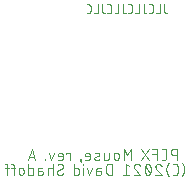
<source format=gbr>
G04 EAGLE Gerber RS-274X export*
G75*
%MOMM*%
%FSLAX34Y34*%
%LPD*%
%INSilkscreen Bottom*%
%IPPOS*%
%AMOC8*
5,1,8,0,0,1.08239X$1,22.5*%
G01*
%ADD10C,0.076200*%


D10*
X160147Y213741D02*
X160147Y223139D01*
X157536Y223139D01*
X157435Y223137D01*
X157334Y223131D01*
X157233Y223121D01*
X157133Y223108D01*
X157033Y223090D01*
X156934Y223069D01*
X156836Y223043D01*
X156739Y223014D01*
X156643Y222982D01*
X156549Y222945D01*
X156456Y222905D01*
X156364Y222861D01*
X156275Y222814D01*
X156187Y222763D01*
X156101Y222709D01*
X156018Y222652D01*
X155936Y222592D01*
X155858Y222528D01*
X155781Y222462D01*
X155708Y222392D01*
X155637Y222320D01*
X155569Y222245D01*
X155504Y222167D01*
X155442Y222087D01*
X155383Y222005D01*
X155327Y221920D01*
X155275Y221834D01*
X155226Y221745D01*
X155180Y221654D01*
X155139Y221562D01*
X155100Y221468D01*
X155066Y221373D01*
X155035Y221277D01*
X155008Y221179D01*
X154984Y221081D01*
X154965Y220981D01*
X154949Y220881D01*
X154937Y220781D01*
X154929Y220680D01*
X154925Y220579D01*
X154925Y220477D01*
X154929Y220376D01*
X154937Y220275D01*
X154949Y220175D01*
X154965Y220075D01*
X154984Y219975D01*
X155008Y219877D01*
X155035Y219779D01*
X155066Y219683D01*
X155100Y219588D01*
X155139Y219494D01*
X155180Y219402D01*
X155226Y219311D01*
X155275Y219223D01*
X155327Y219136D01*
X155383Y219051D01*
X155442Y218969D01*
X155504Y218889D01*
X155569Y218811D01*
X155637Y218736D01*
X155708Y218664D01*
X155781Y218594D01*
X155858Y218528D01*
X155936Y218464D01*
X156018Y218404D01*
X156101Y218347D01*
X156187Y218293D01*
X156275Y218242D01*
X156364Y218195D01*
X156456Y218151D01*
X156549Y218111D01*
X156643Y218074D01*
X156739Y218042D01*
X156836Y218013D01*
X156934Y217987D01*
X157033Y217966D01*
X157133Y217948D01*
X157233Y217935D01*
X157334Y217925D01*
X157435Y217919D01*
X157536Y217917D01*
X157536Y217918D02*
X160147Y217918D01*
X149376Y213741D02*
X147288Y213741D01*
X149376Y213741D02*
X149465Y213743D01*
X149553Y213749D01*
X149641Y213758D01*
X149729Y213771D01*
X149816Y213788D01*
X149902Y213808D01*
X149987Y213833D01*
X150072Y213860D01*
X150155Y213892D01*
X150236Y213926D01*
X150316Y213965D01*
X150394Y214006D01*
X150471Y214051D01*
X150545Y214099D01*
X150618Y214150D01*
X150688Y214204D01*
X150755Y214262D01*
X150821Y214322D01*
X150883Y214384D01*
X150943Y214450D01*
X151001Y214517D01*
X151055Y214587D01*
X151106Y214660D01*
X151154Y214734D01*
X151199Y214811D01*
X151240Y214889D01*
X151279Y214969D01*
X151313Y215050D01*
X151345Y215133D01*
X151372Y215218D01*
X151397Y215303D01*
X151417Y215389D01*
X151434Y215476D01*
X151447Y215564D01*
X151456Y215652D01*
X151462Y215740D01*
X151464Y215829D01*
X151465Y215829D02*
X151465Y221051D01*
X151464Y221051D02*
X151462Y221140D01*
X151456Y221228D01*
X151447Y221316D01*
X151434Y221404D01*
X151417Y221491D01*
X151397Y221577D01*
X151372Y221662D01*
X151345Y221747D01*
X151313Y221830D01*
X151279Y221911D01*
X151240Y221991D01*
X151199Y222069D01*
X151154Y222146D01*
X151106Y222220D01*
X151055Y222293D01*
X151001Y222363D01*
X150943Y222430D01*
X150883Y222496D01*
X150821Y222558D01*
X150755Y222618D01*
X150688Y222676D01*
X150618Y222730D01*
X150545Y222781D01*
X150471Y222829D01*
X150394Y222874D01*
X150316Y222915D01*
X150236Y222954D01*
X150155Y222988D01*
X150072Y223020D01*
X149987Y223047D01*
X149902Y223072D01*
X149816Y223092D01*
X149729Y223109D01*
X149641Y223122D01*
X149553Y223131D01*
X149465Y223137D01*
X149376Y223139D01*
X147288Y223139D01*
X143497Y223139D02*
X143497Y213741D01*
X143497Y223139D02*
X139320Y223139D01*
X139320Y218962D02*
X143497Y218962D01*
X136417Y213741D02*
X130151Y223139D01*
X136417Y223139D02*
X130151Y213741D01*
X121481Y213741D02*
X121481Y223139D01*
X118349Y217918D01*
X115216Y223139D01*
X115216Y213741D01*
X110988Y215829D02*
X110988Y217918D01*
X110986Y218008D01*
X110980Y218097D01*
X110971Y218187D01*
X110957Y218276D01*
X110940Y218364D01*
X110919Y218451D01*
X110894Y218538D01*
X110865Y218623D01*
X110833Y218707D01*
X110798Y218789D01*
X110758Y218870D01*
X110716Y218949D01*
X110670Y219026D01*
X110620Y219101D01*
X110568Y219174D01*
X110512Y219245D01*
X110454Y219313D01*
X110392Y219378D01*
X110328Y219441D01*
X110261Y219501D01*
X110192Y219558D01*
X110120Y219612D01*
X110046Y219663D01*
X109970Y219711D01*
X109892Y219755D01*
X109812Y219796D01*
X109730Y219834D01*
X109647Y219868D01*
X109562Y219898D01*
X109476Y219925D01*
X109390Y219948D01*
X109302Y219967D01*
X109213Y219982D01*
X109124Y219994D01*
X109035Y220002D01*
X108945Y220006D01*
X108855Y220006D01*
X108765Y220002D01*
X108676Y219994D01*
X108587Y219982D01*
X108498Y219967D01*
X108410Y219948D01*
X108324Y219925D01*
X108238Y219898D01*
X108153Y219868D01*
X108070Y219834D01*
X107988Y219796D01*
X107908Y219755D01*
X107830Y219711D01*
X107754Y219663D01*
X107680Y219612D01*
X107608Y219558D01*
X107539Y219501D01*
X107472Y219441D01*
X107408Y219378D01*
X107346Y219313D01*
X107288Y219245D01*
X107232Y219174D01*
X107180Y219101D01*
X107130Y219026D01*
X107084Y218949D01*
X107042Y218870D01*
X107002Y218789D01*
X106967Y218707D01*
X106935Y218623D01*
X106906Y218538D01*
X106881Y218451D01*
X106860Y218364D01*
X106843Y218276D01*
X106829Y218187D01*
X106820Y218097D01*
X106814Y218008D01*
X106812Y217918D01*
X106812Y215829D01*
X106814Y215739D01*
X106820Y215650D01*
X106829Y215560D01*
X106843Y215471D01*
X106860Y215383D01*
X106881Y215296D01*
X106906Y215209D01*
X106935Y215124D01*
X106967Y215040D01*
X107002Y214958D01*
X107042Y214877D01*
X107084Y214798D01*
X107130Y214721D01*
X107180Y214646D01*
X107232Y214573D01*
X107288Y214502D01*
X107346Y214434D01*
X107408Y214369D01*
X107472Y214306D01*
X107539Y214246D01*
X107608Y214189D01*
X107680Y214135D01*
X107754Y214084D01*
X107830Y214036D01*
X107908Y213992D01*
X107988Y213951D01*
X108070Y213913D01*
X108153Y213879D01*
X108238Y213849D01*
X108324Y213822D01*
X108410Y213799D01*
X108498Y213780D01*
X108587Y213765D01*
X108676Y213753D01*
X108765Y213745D01*
X108855Y213741D01*
X108945Y213741D01*
X109035Y213745D01*
X109124Y213753D01*
X109213Y213765D01*
X109302Y213780D01*
X109390Y213799D01*
X109476Y213822D01*
X109562Y213849D01*
X109647Y213879D01*
X109730Y213913D01*
X109812Y213951D01*
X109892Y213992D01*
X109970Y214036D01*
X110046Y214084D01*
X110120Y214135D01*
X110192Y214189D01*
X110261Y214246D01*
X110328Y214306D01*
X110392Y214369D01*
X110454Y214434D01*
X110512Y214502D01*
X110568Y214573D01*
X110620Y214646D01*
X110670Y214721D01*
X110716Y214798D01*
X110758Y214877D01*
X110798Y214958D01*
X110833Y215040D01*
X110865Y215124D01*
X110894Y215209D01*
X110919Y215296D01*
X110940Y215383D01*
X110957Y215471D01*
X110971Y215560D01*
X110980Y215650D01*
X110986Y215739D01*
X110988Y215829D01*
X102759Y215307D02*
X102759Y220006D01*
X102759Y215307D02*
X102757Y215230D01*
X102751Y215154D01*
X102742Y215077D01*
X102729Y215001D01*
X102712Y214926D01*
X102692Y214852D01*
X102667Y214779D01*
X102640Y214708D01*
X102609Y214637D01*
X102574Y214569D01*
X102536Y214502D01*
X102495Y214437D01*
X102451Y214374D01*
X102404Y214314D01*
X102353Y214255D01*
X102300Y214200D01*
X102245Y214147D01*
X102186Y214096D01*
X102126Y214049D01*
X102063Y214005D01*
X101998Y213964D01*
X101931Y213926D01*
X101863Y213891D01*
X101792Y213860D01*
X101721Y213833D01*
X101648Y213808D01*
X101574Y213788D01*
X101499Y213771D01*
X101423Y213758D01*
X101346Y213749D01*
X101270Y213743D01*
X101193Y213741D01*
X98582Y213741D01*
X98582Y220006D01*
X93746Y217396D02*
X91136Y216352D01*
X93746Y217396D02*
X93812Y217424D01*
X93877Y217457D01*
X93940Y217492D01*
X94001Y217531D01*
X94060Y217573D01*
X94116Y217618D01*
X94170Y217666D01*
X94221Y217717D01*
X94270Y217770D01*
X94315Y217827D01*
X94358Y217885D01*
X94397Y217945D01*
X94434Y218008D01*
X94466Y218073D01*
X94495Y218139D01*
X94521Y218206D01*
X94543Y218275D01*
X94561Y218345D01*
X94576Y218416D01*
X94587Y218487D01*
X94594Y218559D01*
X94597Y218631D01*
X94596Y218703D01*
X94591Y218776D01*
X94583Y218847D01*
X94571Y218919D01*
X94555Y218989D01*
X94535Y219058D01*
X94511Y219127D01*
X94484Y219194D01*
X94454Y219259D01*
X94420Y219323D01*
X94382Y219385D01*
X94342Y219445D01*
X94298Y219502D01*
X94251Y219557D01*
X94201Y219610D01*
X94149Y219659D01*
X94094Y219706D01*
X94037Y219750D01*
X93977Y219791D01*
X93915Y219828D01*
X93851Y219863D01*
X93786Y219893D01*
X93719Y219921D01*
X93651Y219944D01*
X93581Y219964D01*
X93511Y219980D01*
X93440Y219993D01*
X93368Y220001D01*
X93296Y220006D01*
X93224Y220007D01*
X93224Y220006D02*
X93073Y220002D01*
X92922Y219994D01*
X92771Y219983D01*
X92620Y219967D01*
X92470Y219947D01*
X92320Y219924D01*
X92171Y219897D01*
X92023Y219866D01*
X91875Y219831D01*
X91729Y219793D01*
X91583Y219750D01*
X91439Y219704D01*
X91296Y219655D01*
X91154Y219602D01*
X91014Y219545D01*
X90875Y219484D01*
X91135Y216352D02*
X91069Y216324D01*
X91004Y216291D01*
X90941Y216256D01*
X90880Y216217D01*
X90821Y216175D01*
X90765Y216130D01*
X90711Y216082D01*
X90660Y216031D01*
X90611Y215978D01*
X90566Y215921D01*
X90523Y215863D01*
X90484Y215803D01*
X90447Y215740D01*
X90415Y215675D01*
X90386Y215609D01*
X90360Y215542D01*
X90338Y215473D01*
X90320Y215403D01*
X90305Y215332D01*
X90294Y215261D01*
X90287Y215189D01*
X90284Y215117D01*
X90285Y215045D01*
X90290Y214972D01*
X90298Y214901D01*
X90310Y214829D01*
X90326Y214759D01*
X90346Y214690D01*
X90370Y214621D01*
X90397Y214554D01*
X90427Y214489D01*
X90461Y214425D01*
X90499Y214363D01*
X90539Y214303D01*
X90583Y214246D01*
X90630Y214191D01*
X90680Y214138D01*
X90732Y214089D01*
X90787Y214042D01*
X90844Y213998D01*
X90904Y213957D01*
X90966Y213920D01*
X91030Y213885D01*
X91095Y213855D01*
X91162Y213827D01*
X91230Y213804D01*
X91300Y213784D01*
X91370Y213768D01*
X91441Y213755D01*
X91513Y213747D01*
X91585Y213742D01*
X91657Y213741D01*
X91867Y213746D01*
X92076Y213757D01*
X92285Y213772D01*
X92493Y213792D01*
X92701Y213818D01*
X92908Y213848D01*
X93115Y213883D01*
X93320Y213923D01*
X93525Y213967D01*
X93728Y214017D01*
X93931Y214071D01*
X94132Y214131D01*
X94331Y214194D01*
X94529Y214263D01*
X85038Y213741D02*
X82428Y213741D01*
X85038Y213741D02*
X85115Y213743D01*
X85191Y213749D01*
X85268Y213758D01*
X85344Y213771D01*
X85419Y213788D01*
X85493Y213808D01*
X85566Y213833D01*
X85637Y213860D01*
X85708Y213891D01*
X85776Y213926D01*
X85843Y213964D01*
X85908Y214005D01*
X85971Y214049D01*
X86031Y214096D01*
X86090Y214147D01*
X86145Y214200D01*
X86198Y214255D01*
X86249Y214314D01*
X86296Y214374D01*
X86340Y214437D01*
X86381Y214502D01*
X86419Y214569D01*
X86454Y214637D01*
X86485Y214708D01*
X86512Y214779D01*
X86537Y214852D01*
X86557Y214926D01*
X86574Y215001D01*
X86587Y215077D01*
X86596Y215154D01*
X86602Y215230D01*
X86604Y215307D01*
X86605Y215307D02*
X86605Y217918D01*
X86604Y217918D02*
X86602Y218008D01*
X86596Y218097D01*
X86587Y218187D01*
X86573Y218276D01*
X86556Y218364D01*
X86535Y218451D01*
X86510Y218538D01*
X86481Y218623D01*
X86449Y218707D01*
X86414Y218789D01*
X86374Y218870D01*
X86332Y218949D01*
X86286Y219026D01*
X86236Y219101D01*
X86184Y219174D01*
X86128Y219245D01*
X86070Y219313D01*
X86008Y219378D01*
X85944Y219441D01*
X85877Y219501D01*
X85808Y219558D01*
X85736Y219612D01*
X85662Y219663D01*
X85586Y219711D01*
X85508Y219755D01*
X85428Y219796D01*
X85346Y219834D01*
X85263Y219868D01*
X85178Y219898D01*
X85092Y219925D01*
X85006Y219948D01*
X84918Y219967D01*
X84829Y219982D01*
X84740Y219994D01*
X84651Y220002D01*
X84561Y220006D01*
X84471Y220006D01*
X84381Y220002D01*
X84292Y219994D01*
X84203Y219982D01*
X84114Y219967D01*
X84026Y219948D01*
X83940Y219925D01*
X83854Y219898D01*
X83769Y219868D01*
X83686Y219834D01*
X83604Y219796D01*
X83524Y219755D01*
X83446Y219711D01*
X83370Y219663D01*
X83296Y219612D01*
X83224Y219558D01*
X83155Y219501D01*
X83088Y219441D01*
X83024Y219378D01*
X82962Y219313D01*
X82904Y219245D01*
X82848Y219174D01*
X82796Y219101D01*
X82746Y219026D01*
X82700Y218949D01*
X82658Y218870D01*
X82618Y218789D01*
X82583Y218707D01*
X82551Y218623D01*
X82522Y218538D01*
X82497Y218451D01*
X82476Y218364D01*
X82459Y218276D01*
X82445Y218187D01*
X82436Y218097D01*
X82430Y218008D01*
X82428Y217918D01*
X82428Y216874D01*
X86605Y216874D01*
X79020Y213741D02*
X78497Y213741D01*
X79020Y213741D02*
X79020Y214263D01*
X78497Y214263D01*
X78497Y213741D01*
X79281Y211653D01*
X69789Y213741D02*
X69789Y220006D01*
X66657Y220006D01*
X66657Y218962D01*
X62178Y213741D02*
X59568Y213741D01*
X62178Y213741D02*
X62255Y213743D01*
X62331Y213749D01*
X62408Y213758D01*
X62484Y213771D01*
X62559Y213788D01*
X62633Y213808D01*
X62706Y213833D01*
X62777Y213860D01*
X62848Y213891D01*
X62916Y213926D01*
X62983Y213964D01*
X63048Y214005D01*
X63111Y214049D01*
X63171Y214096D01*
X63230Y214147D01*
X63285Y214200D01*
X63338Y214255D01*
X63389Y214314D01*
X63436Y214374D01*
X63480Y214437D01*
X63521Y214502D01*
X63559Y214569D01*
X63594Y214637D01*
X63625Y214708D01*
X63652Y214779D01*
X63677Y214852D01*
X63697Y214926D01*
X63714Y215001D01*
X63727Y215077D01*
X63736Y215154D01*
X63742Y215230D01*
X63744Y215307D01*
X63745Y215307D02*
X63745Y217918D01*
X63744Y217918D02*
X63742Y218008D01*
X63736Y218097D01*
X63727Y218187D01*
X63713Y218276D01*
X63696Y218364D01*
X63675Y218451D01*
X63650Y218538D01*
X63621Y218623D01*
X63589Y218707D01*
X63554Y218789D01*
X63514Y218870D01*
X63472Y218949D01*
X63426Y219026D01*
X63376Y219101D01*
X63324Y219174D01*
X63268Y219245D01*
X63210Y219313D01*
X63148Y219378D01*
X63084Y219441D01*
X63017Y219501D01*
X62948Y219558D01*
X62876Y219612D01*
X62802Y219663D01*
X62726Y219711D01*
X62648Y219755D01*
X62568Y219796D01*
X62486Y219834D01*
X62403Y219868D01*
X62318Y219898D01*
X62232Y219925D01*
X62146Y219948D01*
X62058Y219967D01*
X61969Y219982D01*
X61880Y219994D01*
X61791Y220002D01*
X61701Y220006D01*
X61611Y220006D01*
X61521Y220002D01*
X61432Y219994D01*
X61343Y219982D01*
X61254Y219967D01*
X61166Y219948D01*
X61080Y219925D01*
X60994Y219898D01*
X60909Y219868D01*
X60826Y219834D01*
X60744Y219796D01*
X60664Y219755D01*
X60586Y219711D01*
X60510Y219663D01*
X60436Y219612D01*
X60364Y219558D01*
X60295Y219501D01*
X60228Y219441D01*
X60164Y219378D01*
X60102Y219313D01*
X60044Y219245D01*
X59988Y219174D01*
X59936Y219101D01*
X59886Y219026D01*
X59840Y218949D01*
X59798Y218870D01*
X59758Y218789D01*
X59723Y218707D01*
X59691Y218623D01*
X59662Y218538D01*
X59637Y218451D01*
X59616Y218364D01*
X59599Y218276D01*
X59585Y218187D01*
X59576Y218097D01*
X59570Y218008D01*
X59568Y217918D01*
X59568Y216874D01*
X63745Y216874D01*
X56125Y220006D02*
X54036Y213741D01*
X51948Y220006D01*
X48811Y214263D02*
X48811Y213741D01*
X48811Y214263D02*
X48289Y214263D01*
X48289Y213741D01*
X48811Y213741D01*
X40405Y213741D02*
X37272Y223139D01*
X34140Y213741D01*
X34923Y216091D02*
X39622Y216091D01*
X164409Y211483D02*
X164545Y211317D01*
X164677Y211147D01*
X164805Y210974D01*
X164929Y210798D01*
X165048Y210620D01*
X165163Y210438D01*
X165274Y210254D01*
X165380Y210067D01*
X165482Y209877D01*
X165579Y209685D01*
X165672Y209491D01*
X165760Y209295D01*
X165843Y209097D01*
X165921Y208896D01*
X165995Y208694D01*
X166063Y208490D01*
X166127Y208285D01*
X166186Y208078D01*
X166240Y207870D01*
X166288Y207660D01*
X166332Y207450D01*
X166371Y207238D01*
X166404Y207026D01*
X166432Y206813D01*
X166456Y206599D01*
X166474Y206385D01*
X166487Y206170D01*
X166494Y205955D01*
X166497Y205740D01*
X166494Y205525D01*
X166487Y205310D01*
X166474Y205095D01*
X166456Y204881D01*
X166432Y204667D01*
X166404Y204454D01*
X166371Y204242D01*
X166332Y204030D01*
X166288Y203820D01*
X166240Y203610D01*
X166186Y203402D01*
X166127Y203195D01*
X166063Y202990D01*
X165995Y202786D01*
X165921Y202584D01*
X165843Y202383D01*
X165760Y202185D01*
X165672Y201989D01*
X165579Y201795D01*
X165482Y201603D01*
X165380Y201413D01*
X165274Y201226D01*
X165163Y201042D01*
X165048Y200861D01*
X164929Y200682D01*
X164805Y200506D01*
X164677Y200333D01*
X164545Y200163D01*
X164409Y199997D01*
X158708Y201041D02*
X156620Y201041D01*
X158708Y201041D02*
X158797Y201043D01*
X158885Y201049D01*
X158973Y201058D01*
X159061Y201071D01*
X159148Y201088D01*
X159234Y201108D01*
X159319Y201133D01*
X159404Y201160D01*
X159487Y201192D01*
X159568Y201226D01*
X159648Y201265D01*
X159726Y201306D01*
X159803Y201351D01*
X159877Y201399D01*
X159950Y201450D01*
X160020Y201504D01*
X160087Y201562D01*
X160153Y201622D01*
X160215Y201684D01*
X160275Y201750D01*
X160333Y201817D01*
X160387Y201887D01*
X160438Y201960D01*
X160486Y202034D01*
X160531Y202111D01*
X160572Y202189D01*
X160611Y202269D01*
X160645Y202350D01*
X160677Y202433D01*
X160704Y202518D01*
X160729Y202603D01*
X160749Y202689D01*
X160766Y202776D01*
X160779Y202864D01*
X160788Y202952D01*
X160794Y203040D01*
X160796Y203129D01*
X160797Y203129D02*
X160797Y208351D01*
X160796Y208351D02*
X160794Y208440D01*
X160788Y208528D01*
X160779Y208616D01*
X160766Y208704D01*
X160749Y208791D01*
X160729Y208877D01*
X160704Y208962D01*
X160677Y209047D01*
X160645Y209130D01*
X160611Y209211D01*
X160572Y209291D01*
X160531Y209369D01*
X160486Y209446D01*
X160438Y209520D01*
X160387Y209593D01*
X160333Y209663D01*
X160275Y209730D01*
X160215Y209796D01*
X160153Y209858D01*
X160087Y209918D01*
X160020Y209976D01*
X159950Y210030D01*
X159877Y210081D01*
X159803Y210129D01*
X159726Y210174D01*
X159648Y210215D01*
X159568Y210254D01*
X159487Y210288D01*
X159404Y210320D01*
X159319Y210347D01*
X159234Y210372D01*
X159148Y210392D01*
X159061Y210409D01*
X158973Y210422D01*
X158885Y210431D01*
X158797Y210437D01*
X158708Y210439D01*
X156620Y210439D01*
X151348Y205740D02*
X151351Y205525D01*
X151358Y205310D01*
X151371Y205095D01*
X151389Y204881D01*
X151413Y204667D01*
X151441Y204454D01*
X151474Y204242D01*
X151513Y204030D01*
X151557Y203820D01*
X151605Y203610D01*
X151659Y203402D01*
X151718Y203195D01*
X151782Y202990D01*
X151850Y202786D01*
X151924Y202584D01*
X152002Y202383D01*
X152085Y202185D01*
X152173Y201989D01*
X152266Y201795D01*
X152363Y201603D01*
X152465Y201413D01*
X152571Y201226D01*
X152682Y201042D01*
X152797Y200861D01*
X152916Y200682D01*
X153040Y200506D01*
X153168Y200333D01*
X153300Y200163D01*
X153436Y199997D01*
X151348Y205740D02*
X151351Y205955D01*
X151358Y206170D01*
X151371Y206385D01*
X151389Y206599D01*
X151413Y206813D01*
X151441Y207026D01*
X151474Y207238D01*
X151513Y207450D01*
X151557Y207660D01*
X151605Y207870D01*
X151659Y208078D01*
X151718Y208285D01*
X151782Y208490D01*
X151850Y208694D01*
X151924Y208896D01*
X152002Y209097D01*
X152085Y209295D01*
X152173Y209491D01*
X152266Y209685D01*
X152363Y209877D01*
X152465Y210067D01*
X152571Y210254D01*
X152682Y210438D01*
X152797Y210620D01*
X152916Y210798D01*
X153040Y210974D01*
X153168Y211147D01*
X153300Y211317D01*
X153436Y211483D01*
X144488Y210440D02*
X144393Y210438D01*
X144299Y210432D01*
X144205Y210423D01*
X144111Y210410D01*
X144018Y210393D01*
X143926Y210372D01*
X143834Y210347D01*
X143744Y210319D01*
X143655Y210287D01*
X143567Y210252D01*
X143481Y210213D01*
X143396Y210171D01*
X143313Y210125D01*
X143232Y210076D01*
X143153Y210024D01*
X143076Y209969D01*
X143002Y209910D01*
X142930Y209849D01*
X142860Y209785D01*
X142793Y209718D01*
X142729Y209648D01*
X142668Y209576D01*
X142609Y209502D01*
X142554Y209425D01*
X142502Y209346D01*
X142453Y209265D01*
X142407Y209182D01*
X142365Y209097D01*
X142326Y209011D01*
X142291Y208923D01*
X142259Y208834D01*
X142231Y208744D01*
X142206Y208652D01*
X142185Y208560D01*
X142168Y208467D01*
X142155Y208373D01*
X142146Y208279D01*
X142140Y208185D01*
X142138Y208090D01*
X144488Y210439D02*
X144596Y210437D01*
X144705Y210431D01*
X144813Y210421D01*
X144920Y210408D01*
X145027Y210390D01*
X145134Y210369D01*
X145239Y210344D01*
X145344Y210315D01*
X145447Y210283D01*
X145549Y210246D01*
X145650Y210206D01*
X145749Y210163D01*
X145847Y210116D01*
X145943Y210065D01*
X146037Y210011D01*
X146129Y209954D01*
X146219Y209893D01*
X146307Y209829D01*
X146392Y209763D01*
X146475Y209693D01*
X146555Y209620D01*
X146633Y209544D01*
X146708Y209466D01*
X146780Y209385D01*
X146849Y209301D01*
X146915Y209215D01*
X146978Y209127D01*
X147037Y209036D01*
X147094Y208944D01*
X147147Y208849D01*
X147196Y208752D01*
X147242Y208654D01*
X147285Y208555D01*
X147324Y208453D01*
X147359Y208351D01*
X142921Y206262D02*
X142852Y206331D01*
X142786Y206402D01*
X142722Y206475D01*
X142661Y206551D01*
X142603Y206630D01*
X142549Y206710D01*
X142497Y206793D01*
X142449Y206877D01*
X142403Y206963D01*
X142362Y207051D01*
X142323Y207141D01*
X142288Y207232D01*
X142257Y207324D01*
X142229Y207417D01*
X142205Y207511D01*
X142185Y207606D01*
X142168Y207702D01*
X142155Y207799D01*
X142146Y207896D01*
X142140Y207993D01*
X142138Y208090D01*
X142922Y206262D02*
X147360Y201041D01*
X142139Y201041D01*
X138216Y205740D02*
X138214Y205925D01*
X138207Y206110D01*
X138196Y206294D01*
X138181Y206478D01*
X138161Y206662D01*
X138137Y206846D01*
X138108Y207028D01*
X138075Y207210D01*
X138038Y207391D01*
X137996Y207571D01*
X137950Y207751D01*
X137900Y207929D01*
X137846Y208105D01*
X137787Y208281D01*
X137725Y208455D01*
X137658Y208627D01*
X137587Y208798D01*
X137512Y208967D01*
X137433Y209134D01*
X137403Y209214D01*
X137370Y209293D01*
X137333Y209370D01*
X137293Y209446D01*
X137250Y209520D01*
X137204Y209592D01*
X137154Y209661D01*
X137102Y209729D01*
X137046Y209794D01*
X136988Y209857D01*
X136926Y209916D01*
X136863Y209974D01*
X136796Y210028D01*
X136728Y210079D01*
X136657Y210127D01*
X136584Y210172D01*
X136510Y210214D01*
X136433Y210252D01*
X136355Y210287D01*
X136276Y210319D01*
X136195Y210347D01*
X136113Y210371D01*
X136029Y210392D01*
X135946Y210409D01*
X135861Y210422D01*
X135776Y210431D01*
X135691Y210437D01*
X135605Y210439D01*
X135519Y210437D01*
X135434Y210431D01*
X135349Y210422D01*
X135264Y210409D01*
X135181Y210392D01*
X135097Y210371D01*
X135015Y210347D01*
X134935Y210319D01*
X134855Y210287D01*
X134777Y210252D01*
X134700Y210214D01*
X134626Y210172D01*
X134553Y210127D01*
X134482Y210079D01*
X134414Y210028D01*
X134347Y209974D01*
X134284Y209916D01*
X134223Y209857D01*
X134164Y209794D01*
X134109Y209729D01*
X134056Y209661D01*
X134006Y209592D01*
X133960Y209520D01*
X133917Y209446D01*
X133877Y209370D01*
X133840Y209293D01*
X133807Y209214D01*
X133777Y209134D01*
X133778Y209134D02*
X133699Y208967D01*
X133624Y208798D01*
X133553Y208627D01*
X133486Y208455D01*
X133424Y208281D01*
X133365Y208105D01*
X133311Y207929D01*
X133261Y207751D01*
X133215Y207571D01*
X133173Y207391D01*
X133136Y207210D01*
X133103Y207028D01*
X133074Y206846D01*
X133050Y206662D01*
X133030Y206478D01*
X133015Y206294D01*
X133004Y206110D01*
X132997Y205925D01*
X132995Y205740D01*
X138216Y205740D02*
X138214Y205555D01*
X138207Y205370D01*
X138196Y205186D01*
X138181Y205002D01*
X138161Y204818D01*
X138137Y204634D01*
X138108Y204452D01*
X138075Y204270D01*
X138038Y204089D01*
X137996Y203909D01*
X137950Y203729D01*
X137900Y203551D01*
X137846Y203375D01*
X137787Y203199D01*
X137725Y203025D01*
X137658Y202853D01*
X137587Y202682D01*
X137512Y202513D01*
X137433Y202346D01*
X137403Y202266D01*
X137370Y202187D01*
X137333Y202110D01*
X137293Y202034D01*
X137250Y201960D01*
X137204Y201888D01*
X137154Y201819D01*
X137101Y201751D01*
X137046Y201686D01*
X136987Y201623D01*
X136926Y201564D01*
X136863Y201506D01*
X136796Y201452D01*
X136728Y201401D01*
X136657Y201353D01*
X136584Y201308D01*
X136510Y201266D01*
X136433Y201228D01*
X136355Y201193D01*
X136276Y201161D01*
X136195Y201133D01*
X136113Y201109D01*
X136029Y201088D01*
X135946Y201071D01*
X135861Y201058D01*
X135776Y201049D01*
X135691Y201043D01*
X135605Y201041D01*
X133778Y202346D02*
X133699Y202513D01*
X133624Y202682D01*
X133553Y202853D01*
X133486Y203025D01*
X133424Y203199D01*
X133365Y203375D01*
X133311Y203551D01*
X133261Y203729D01*
X133215Y203909D01*
X133173Y204089D01*
X133136Y204270D01*
X133103Y204452D01*
X133074Y204634D01*
X133050Y204818D01*
X133030Y205002D01*
X133015Y205186D01*
X133004Y205370D01*
X132997Y205555D01*
X132995Y205740D01*
X133777Y202346D02*
X133807Y202266D01*
X133840Y202187D01*
X133877Y202110D01*
X133917Y202034D01*
X133960Y201960D01*
X134006Y201888D01*
X134056Y201819D01*
X134109Y201751D01*
X134164Y201686D01*
X134223Y201623D01*
X134284Y201564D01*
X134347Y201506D01*
X134414Y201452D01*
X134482Y201401D01*
X134553Y201353D01*
X134626Y201308D01*
X134700Y201266D01*
X134777Y201228D01*
X134855Y201193D01*
X134935Y201161D01*
X135015Y201133D01*
X135097Y201109D01*
X135181Y201088D01*
X135264Y201071D01*
X135349Y201058D01*
X135434Y201049D01*
X135519Y201043D01*
X135605Y201041D01*
X137694Y203129D02*
X133517Y208351D01*
X126200Y210440D02*
X126105Y210438D01*
X126011Y210432D01*
X125917Y210423D01*
X125823Y210410D01*
X125730Y210393D01*
X125638Y210372D01*
X125546Y210347D01*
X125456Y210319D01*
X125367Y210287D01*
X125279Y210252D01*
X125193Y210213D01*
X125108Y210171D01*
X125025Y210125D01*
X124944Y210076D01*
X124865Y210024D01*
X124788Y209969D01*
X124714Y209910D01*
X124642Y209849D01*
X124572Y209785D01*
X124505Y209718D01*
X124441Y209648D01*
X124380Y209576D01*
X124321Y209502D01*
X124266Y209425D01*
X124214Y209346D01*
X124165Y209265D01*
X124119Y209182D01*
X124077Y209097D01*
X124038Y209011D01*
X124003Y208923D01*
X123971Y208834D01*
X123943Y208744D01*
X123918Y208652D01*
X123897Y208560D01*
X123880Y208467D01*
X123867Y208373D01*
X123858Y208279D01*
X123852Y208185D01*
X123850Y208090D01*
X126200Y210439D02*
X126308Y210437D01*
X126417Y210431D01*
X126525Y210421D01*
X126632Y210408D01*
X126739Y210390D01*
X126846Y210369D01*
X126951Y210344D01*
X127056Y210315D01*
X127159Y210283D01*
X127261Y210246D01*
X127362Y210206D01*
X127461Y210163D01*
X127559Y210116D01*
X127655Y210065D01*
X127749Y210011D01*
X127841Y209954D01*
X127931Y209893D01*
X128019Y209829D01*
X128104Y209763D01*
X128187Y209693D01*
X128267Y209620D01*
X128345Y209544D01*
X128420Y209466D01*
X128492Y209385D01*
X128561Y209301D01*
X128627Y209215D01*
X128690Y209127D01*
X128749Y209036D01*
X128806Y208944D01*
X128859Y208849D01*
X128908Y208752D01*
X128954Y208654D01*
X128997Y208555D01*
X129036Y208453D01*
X129071Y208351D01*
X124634Y206262D02*
X124565Y206331D01*
X124499Y206402D01*
X124435Y206475D01*
X124374Y206551D01*
X124316Y206630D01*
X124262Y206710D01*
X124210Y206793D01*
X124162Y206877D01*
X124116Y206963D01*
X124075Y207051D01*
X124036Y207141D01*
X124001Y207232D01*
X123970Y207324D01*
X123942Y207417D01*
X123918Y207511D01*
X123898Y207606D01*
X123881Y207702D01*
X123868Y207799D01*
X123859Y207896D01*
X123853Y207993D01*
X123851Y208090D01*
X124634Y206262D02*
X129072Y201041D01*
X123851Y201041D01*
X119928Y208351D02*
X117318Y210439D01*
X117318Y201041D01*
X119928Y201041D02*
X114707Y201041D01*
X105603Y201041D02*
X105603Y210439D01*
X102992Y210439D01*
X102892Y210437D01*
X102792Y210431D01*
X102693Y210422D01*
X102593Y210408D01*
X102495Y210391D01*
X102397Y210370D01*
X102300Y210346D01*
X102204Y210317D01*
X102109Y210285D01*
X102016Y210250D01*
X101924Y210211D01*
X101833Y210168D01*
X101745Y210122D01*
X101658Y210072D01*
X101573Y210020D01*
X101490Y209964D01*
X101409Y209905D01*
X101331Y209842D01*
X101255Y209777D01*
X101181Y209709D01*
X101111Y209639D01*
X101043Y209565D01*
X100978Y209489D01*
X100915Y209411D01*
X100856Y209330D01*
X100800Y209247D01*
X100748Y209162D01*
X100698Y209075D01*
X100652Y208987D01*
X100609Y208896D01*
X100570Y208804D01*
X100535Y208711D01*
X100503Y208616D01*
X100474Y208520D01*
X100450Y208423D01*
X100429Y208325D01*
X100412Y208227D01*
X100398Y208127D01*
X100389Y208028D01*
X100383Y207928D01*
X100381Y207828D01*
X100381Y203652D01*
X100383Y203552D01*
X100389Y203452D01*
X100398Y203353D01*
X100412Y203253D01*
X100429Y203155D01*
X100450Y203057D01*
X100474Y202960D01*
X100503Y202864D01*
X100535Y202769D01*
X100570Y202676D01*
X100609Y202584D01*
X100652Y202493D01*
X100698Y202405D01*
X100748Y202318D01*
X100800Y202233D01*
X100856Y202150D01*
X100915Y202069D01*
X100978Y201991D01*
X101043Y201915D01*
X101111Y201841D01*
X101181Y201771D01*
X101255Y201703D01*
X101331Y201638D01*
X101409Y201575D01*
X101490Y201516D01*
X101573Y201460D01*
X101658Y201408D01*
X101745Y201358D01*
X101833Y201312D01*
X101924Y201269D01*
X102016Y201230D01*
X102109Y201195D01*
X102204Y201163D01*
X102300Y201134D01*
X102397Y201110D01*
X102495Y201089D01*
X102593Y201072D01*
X102693Y201058D01*
X102792Y201049D01*
X102892Y201043D01*
X102992Y201041D01*
X105603Y201041D01*
X94460Y204696D02*
X92110Y204696D01*
X94460Y204695D02*
X94544Y204693D01*
X94629Y204687D01*
X94712Y204677D01*
X94796Y204664D01*
X94878Y204646D01*
X94960Y204625D01*
X95041Y204600D01*
X95120Y204572D01*
X95198Y204539D01*
X95274Y204503D01*
X95349Y204464D01*
X95422Y204421D01*
X95493Y204375D01*
X95561Y204326D01*
X95627Y204274D01*
X95691Y204218D01*
X95752Y204160D01*
X95810Y204099D01*
X95866Y204035D01*
X95918Y203969D01*
X95967Y203901D01*
X96013Y203830D01*
X96056Y203757D01*
X96095Y203682D01*
X96131Y203606D01*
X96164Y203528D01*
X96192Y203449D01*
X96217Y203368D01*
X96238Y203286D01*
X96256Y203204D01*
X96269Y203120D01*
X96279Y203037D01*
X96285Y202952D01*
X96287Y202868D01*
X96285Y202784D01*
X96279Y202699D01*
X96269Y202616D01*
X96256Y202532D01*
X96238Y202450D01*
X96217Y202368D01*
X96192Y202287D01*
X96164Y202208D01*
X96131Y202130D01*
X96095Y202054D01*
X96056Y201979D01*
X96013Y201906D01*
X95967Y201835D01*
X95918Y201767D01*
X95866Y201701D01*
X95810Y201637D01*
X95752Y201576D01*
X95691Y201518D01*
X95627Y201462D01*
X95561Y201410D01*
X95493Y201361D01*
X95422Y201315D01*
X95349Y201272D01*
X95274Y201233D01*
X95198Y201197D01*
X95120Y201164D01*
X95041Y201136D01*
X94960Y201111D01*
X94878Y201090D01*
X94796Y201072D01*
X94712Y201059D01*
X94629Y201049D01*
X94544Y201043D01*
X94460Y201041D01*
X92110Y201041D01*
X92110Y205740D01*
X92112Y205817D01*
X92118Y205893D01*
X92127Y205970D01*
X92140Y206046D01*
X92157Y206121D01*
X92177Y206195D01*
X92202Y206268D01*
X92229Y206339D01*
X92260Y206410D01*
X92295Y206478D01*
X92333Y206545D01*
X92374Y206610D01*
X92418Y206673D01*
X92465Y206733D01*
X92516Y206792D01*
X92569Y206847D01*
X92624Y206900D01*
X92683Y206951D01*
X92743Y206998D01*
X92806Y207042D01*
X92871Y207083D01*
X92938Y207121D01*
X93006Y207156D01*
X93077Y207187D01*
X93148Y207214D01*
X93221Y207239D01*
X93296Y207259D01*
X93371Y207276D01*
X93446Y207289D01*
X93523Y207298D01*
X93599Y207304D01*
X93676Y207306D01*
X95765Y207306D01*
X88317Y207306D02*
X86228Y201041D01*
X84140Y207306D01*
X80742Y207306D02*
X80742Y201041D01*
X81003Y209917D02*
X81003Y210439D01*
X80481Y210439D01*
X80481Y209917D01*
X81003Y209917D01*
X72908Y210439D02*
X72908Y201041D01*
X75518Y201041D01*
X75595Y201043D01*
X75671Y201049D01*
X75748Y201058D01*
X75824Y201071D01*
X75899Y201088D01*
X75973Y201108D01*
X76046Y201133D01*
X76117Y201160D01*
X76188Y201191D01*
X76256Y201226D01*
X76323Y201264D01*
X76388Y201305D01*
X76451Y201349D01*
X76511Y201396D01*
X76570Y201447D01*
X76625Y201500D01*
X76678Y201555D01*
X76729Y201614D01*
X76776Y201674D01*
X76820Y201737D01*
X76861Y201802D01*
X76899Y201869D01*
X76934Y201937D01*
X76965Y202008D01*
X76992Y202079D01*
X77017Y202152D01*
X77037Y202226D01*
X77054Y202301D01*
X77067Y202377D01*
X77076Y202454D01*
X77082Y202530D01*
X77084Y202607D01*
X77085Y202607D02*
X77085Y205740D01*
X77084Y205740D02*
X77082Y205817D01*
X77076Y205893D01*
X77067Y205970D01*
X77054Y206046D01*
X77037Y206121D01*
X77017Y206195D01*
X76992Y206268D01*
X76965Y206339D01*
X76934Y206410D01*
X76899Y206478D01*
X76861Y206545D01*
X76820Y206610D01*
X76776Y206673D01*
X76729Y206733D01*
X76678Y206792D01*
X76625Y206847D01*
X76570Y206900D01*
X76511Y206951D01*
X76451Y206998D01*
X76388Y207042D01*
X76323Y207083D01*
X76256Y207121D01*
X76188Y207156D01*
X76117Y207187D01*
X76046Y207214D01*
X75973Y207239D01*
X75899Y207259D01*
X75824Y207276D01*
X75748Y207289D01*
X75671Y207298D01*
X75595Y207304D01*
X75518Y207306D01*
X72908Y207306D01*
X61017Y201041D02*
X60928Y201043D01*
X60840Y201049D01*
X60752Y201058D01*
X60664Y201071D01*
X60577Y201088D01*
X60491Y201108D01*
X60406Y201133D01*
X60321Y201160D01*
X60238Y201192D01*
X60157Y201226D01*
X60077Y201265D01*
X59999Y201306D01*
X59922Y201351D01*
X59848Y201399D01*
X59775Y201450D01*
X59705Y201504D01*
X59638Y201562D01*
X59572Y201622D01*
X59510Y201684D01*
X59450Y201750D01*
X59392Y201817D01*
X59338Y201887D01*
X59287Y201960D01*
X59239Y202034D01*
X59194Y202111D01*
X59153Y202189D01*
X59114Y202269D01*
X59080Y202350D01*
X59048Y202433D01*
X59021Y202518D01*
X58996Y202603D01*
X58976Y202689D01*
X58959Y202776D01*
X58946Y202864D01*
X58937Y202952D01*
X58931Y203040D01*
X58929Y203129D01*
X61017Y201041D02*
X61146Y201043D01*
X61275Y201049D01*
X61404Y201058D01*
X61532Y201071D01*
X61660Y201088D01*
X61787Y201109D01*
X61914Y201133D01*
X62040Y201161D01*
X62165Y201193D01*
X62289Y201228D01*
X62412Y201267D01*
X62534Y201310D01*
X62654Y201356D01*
X62773Y201406D01*
X62891Y201459D01*
X63007Y201515D01*
X63121Y201575D01*
X63234Y201638D01*
X63344Y201705D01*
X63453Y201774D01*
X63559Y201847D01*
X63664Y201923D01*
X63766Y202002D01*
X63866Y202084D01*
X63963Y202168D01*
X64058Y202256D01*
X64150Y202346D01*
X63889Y208351D02*
X63887Y208440D01*
X63881Y208528D01*
X63872Y208616D01*
X63859Y208704D01*
X63842Y208791D01*
X63822Y208877D01*
X63797Y208962D01*
X63770Y209047D01*
X63738Y209130D01*
X63704Y209211D01*
X63665Y209291D01*
X63624Y209369D01*
X63579Y209446D01*
X63531Y209520D01*
X63480Y209593D01*
X63426Y209663D01*
X63368Y209730D01*
X63308Y209796D01*
X63246Y209858D01*
X63180Y209918D01*
X63113Y209976D01*
X63043Y210030D01*
X62970Y210081D01*
X62896Y210129D01*
X62819Y210174D01*
X62741Y210215D01*
X62661Y210254D01*
X62580Y210288D01*
X62497Y210320D01*
X62412Y210347D01*
X62327Y210372D01*
X62241Y210392D01*
X62154Y210409D01*
X62066Y210422D01*
X61978Y210431D01*
X61890Y210437D01*
X61801Y210439D01*
X61681Y210437D01*
X61561Y210432D01*
X61442Y210422D01*
X61322Y210410D01*
X61203Y210393D01*
X61085Y210373D01*
X60967Y210349D01*
X60851Y210322D01*
X60735Y210291D01*
X60620Y210257D01*
X60506Y210219D01*
X60393Y210177D01*
X60282Y210132D01*
X60172Y210084D01*
X60064Y210033D01*
X59957Y209978D01*
X59852Y209920D01*
X59749Y209858D01*
X59648Y209794D01*
X59548Y209726D01*
X59451Y209656D01*
X62845Y206524D02*
X62923Y206572D01*
X62999Y206624D01*
X63072Y206678D01*
X63143Y206736D01*
X63212Y206797D01*
X63278Y206861D01*
X63341Y206928D01*
X63401Y206997D01*
X63458Y207069D01*
X63512Y207143D01*
X63562Y207220D01*
X63610Y207299D01*
X63653Y207379D01*
X63694Y207462D01*
X63730Y207546D01*
X63763Y207631D01*
X63792Y207718D01*
X63818Y207807D01*
X63840Y207896D01*
X63857Y207986D01*
X63871Y208076D01*
X63881Y208168D01*
X63887Y208259D01*
X63889Y208351D01*
X59973Y204956D02*
X59895Y204908D01*
X59819Y204856D01*
X59746Y204802D01*
X59675Y204744D01*
X59606Y204683D01*
X59540Y204619D01*
X59477Y204552D01*
X59417Y204483D01*
X59360Y204411D01*
X59306Y204337D01*
X59256Y204260D01*
X59208Y204181D01*
X59165Y204101D01*
X59124Y204018D01*
X59088Y203934D01*
X59055Y203849D01*
X59026Y203762D01*
X59000Y203673D01*
X58978Y203584D01*
X58961Y203494D01*
X58947Y203404D01*
X58937Y203312D01*
X58931Y203221D01*
X58929Y203129D01*
X59973Y204957D02*
X62845Y206523D01*
X55094Y210439D02*
X55094Y201041D01*
X55094Y207306D02*
X52483Y207306D01*
X52406Y207304D01*
X52330Y207298D01*
X52253Y207289D01*
X52177Y207276D01*
X52103Y207259D01*
X52028Y207239D01*
X51955Y207214D01*
X51884Y207187D01*
X51813Y207156D01*
X51745Y207121D01*
X51678Y207083D01*
X51613Y207042D01*
X51550Y206998D01*
X51490Y206951D01*
X51431Y206900D01*
X51376Y206847D01*
X51323Y206792D01*
X51272Y206733D01*
X51225Y206673D01*
X51181Y206610D01*
X51140Y206545D01*
X51102Y206478D01*
X51067Y206410D01*
X51036Y206339D01*
X51009Y206268D01*
X50984Y206195D01*
X50964Y206121D01*
X50947Y206046D01*
X50934Y205970D01*
X50925Y205894D01*
X50919Y205817D01*
X50917Y205740D01*
X50917Y201041D01*
X45082Y204696D02*
X42733Y204696D01*
X45082Y204695D02*
X45166Y204693D01*
X45251Y204687D01*
X45334Y204677D01*
X45418Y204664D01*
X45500Y204646D01*
X45582Y204625D01*
X45663Y204600D01*
X45742Y204572D01*
X45820Y204539D01*
X45896Y204503D01*
X45971Y204464D01*
X46044Y204421D01*
X46115Y204375D01*
X46183Y204326D01*
X46249Y204274D01*
X46313Y204218D01*
X46374Y204160D01*
X46432Y204099D01*
X46488Y204035D01*
X46540Y203969D01*
X46589Y203901D01*
X46635Y203830D01*
X46678Y203757D01*
X46717Y203682D01*
X46753Y203606D01*
X46786Y203528D01*
X46814Y203449D01*
X46839Y203368D01*
X46860Y203286D01*
X46878Y203204D01*
X46891Y203120D01*
X46901Y203037D01*
X46907Y202952D01*
X46909Y202868D01*
X46907Y202784D01*
X46901Y202699D01*
X46891Y202616D01*
X46878Y202532D01*
X46860Y202450D01*
X46839Y202368D01*
X46814Y202287D01*
X46786Y202208D01*
X46753Y202130D01*
X46717Y202054D01*
X46678Y201979D01*
X46635Y201906D01*
X46589Y201835D01*
X46540Y201767D01*
X46488Y201701D01*
X46432Y201637D01*
X46374Y201576D01*
X46313Y201518D01*
X46249Y201462D01*
X46183Y201410D01*
X46115Y201361D01*
X46044Y201315D01*
X45971Y201272D01*
X45896Y201233D01*
X45820Y201197D01*
X45742Y201164D01*
X45663Y201136D01*
X45582Y201111D01*
X45500Y201090D01*
X45418Y201072D01*
X45334Y201059D01*
X45251Y201049D01*
X45166Y201043D01*
X45082Y201041D01*
X42733Y201041D01*
X42733Y205740D01*
X42735Y205817D01*
X42741Y205893D01*
X42750Y205970D01*
X42763Y206046D01*
X42780Y206121D01*
X42800Y206195D01*
X42825Y206268D01*
X42852Y206339D01*
X42883Y206410D01*
X42918Y206478D01*
X42956Y206545D01*
X42997Y206610D01*
X43041Y206673D01*
X43088Y206733D01*
X43139Y206792D01*
X43192Y206847D01*
X43247Y206900D01*
X43306Y206951D01*
X43366Y206998D01*
X43429Y207042D01*
X43494Y207083D01*
X43561Y207121D01*
X43629Y207156D01*
X43700Y207187D01*
X43771Y207214D01*
X43844Y207239D01*
X43919Y207259D01*
X43994Y207276D01*
X44069Y207289D01*
X44146Y207298D01*
X44222Y207304D01*
X44299Y207306D01*
X46388Y207306D01*
X34503Y210439D02*
X34503Y201041D01*
X37114Y201041D01*
X37191Y201043D01*
X37267Y201049D01*
X37344Y201058D01*
X37420Y201071D01*
X37495Y201088D01*
X37569Y201108D01*
X37642Y201133D01*
X37713Y201160D01*
X37784Y201191D01*
X37852Y201226D01*
X37919Y201264D01*
X37984Y201305D01*
X38047Y201349D01*
X38107Y201396D01*
X38166Y201447D01*
X38221Y201500D01*
X38274Y201555D01*
X38325Y201614D01*
X38372Y201674D01*
X38416Y201737D01*
X38457Y201802D01*
X38495Y201869D01*
X38530Y201937D01*
X38561Y202008D01*
X38588Y202079D01*
X38613Y202152D01*
X38633Y202226D01*
X38650Y202301D01*
X38663Y202377D01*
X38672Y202454D01*
X38678Y202530D01*
X38680Y202607D01*
X38680Y205740D01*
X38678Y205817D01*
X38672Y205893D01*
X38663Y205970D01*
X38650Y206046D01*
X38633Y206121D01*
X38613Y206195D01*
X38588Y206268D01*
X38561Y206339D01*
X38530Y206410D01*
X38495Y206478D01*
X38457Y206545D01*
X38416Y206610D01*
X38372Y206673D01*
X38325Y206733D01*
X38274Y206792D01*
X38221Y206847D01*
X38166Y206900D01*
X38107Y206951D01*
X38047Y206998D01*
X37984Y207042D01*
X37919Y207083D01*
X37852Y207121D01*
X37784Y207156D01*
X37713Y207187D01*
X37642Y207214D01*
X37569Y207239D01*
X37495Y207259D01*
X37420Y207276D01*
X37344Y207289D01*
X37267Y207298D01*
X37191Y207304D01*
X37114Y207306D01*
X34503Y207306D01*
X30405Y205218D02*
X30405Y203129D01*
X30404Y205218D02*
X30402Y205308D01*
X30396Y205397D01*
X30387Y205487D01*
X30373Y205576D01*
X30356Y205664D01*
X30335Y205751D01*
X30310Y205838D01*
X30281Y205923D01*
X30249Y206007D01*
X30214Y206089D01*
X30174Y206170D01*
X30132Y206249D01*
X30086Y206326D01*
X30036Y206401D01*
X29984Y206474D01*
X29928Y206545D01*
X29870Y206613D01*
X29808Y206678D01*
X29744Y206741D01*
X29677Y206801D01*
X29608Y206858D01*
X29536Y206912D01*
X29462Y206963D01*
X29386Y207011D01*
X29308Y207055D01*
X29228Y207096D01*
X29146Y207134D01*
X29063Y207168D01*
X28978Y207198D01*
X28892Y207225D01*
X28806Y207248D01*
X28718Y207267D01*
X28629Y207282D01*
X28540Y207294D01*
X28451Y207302D01*
X28361Y207306D01*
X28271Y207306D01*
X28181Y207302D01*
X28092Y207294D01*
X28003Y207282D01*
X27914Y207267D01*
X27826Y207248D01*
X27740Y207225D01*
X27654Y207198D01*
X27569Y207168D01*
X27486Y207134D01*
X27404Y207096D01*
X27324Y207055D01*
X27246Y207011D01*
X27170Y206963D01*
X27096Y206912D01*
X27024Y206858D01*
X26955Y206801D01*
X26888Y206741D01*
X26824Y206678D01*
X26762Y206613D01*
X26704Y206545D01*
X26648Y206474D01*
X26596Y206401D01*
X26546Y206326D01*
X26500Y206249D01*
X26458Y206170D01*
X26418Y206089D01*
X26383Y206007D01*
X26351Y205923D01*
X26322Y205838D01*
X26297Y205751D01*
X26276Y205664D01*
X26259Y205576D01*
X26245Y205487D01*
X26236Y205397D01*
X26230Y205308D01*
X26228Y205218D01*
X26228Y203129D01*
X26230Y203039D01*
X26236Y202950D01*
X26245Y202860D01*
X26259Y202771D01*
X26276Y202683D01*
X26297Y202596D01*
X26322Y202509D01*
X26351Y202424D01*
X26383Y202340D01*
X26418Y202258D01*
X26458Y202177D01*
X26500Y202098D01*
X26546Y202021D01*
X26596Y201946D01*
X26648Y201873D01*
X26704Y201802D01*
X26762Y201734D01*
X26824Y201669D01*
X26888Y201606D01*
X26955Y201546D01*
X27024Y201489D01*
X27096Y201435D01*
X27170Y201384D01*
X27246Y201336D01*
X27324Y201292D01*
X27404Y201251D01*
X27486Y201213D01*
X27569Y201179D01*
X27654Y201149D01*
X27740Y201122D01*
X27826Y201099D01*
X27914Y201080D01*
X28003Y201065D01*
X28092Y201053D01*
X28181Y201045D01*
X28271Y201041D01*
X28361Y201041D01*
X28451Y201045D01*
X28540Y201053D01*
X28629Y201065D01*
X28718Y201080D01*
X28806Y201099D01*
X28892Y201122D01*
X28978Y201149D01*
X29063Y201179D01*
X29146Y201213D01*
X29228Y201251D01*
X29308Y201292D01*
X29386Y201336D01*
X29462Y201384D01*
X29536Y201435D01*
X29608Y201489D01*
X29677Y201546D01*
X29744Y201606D01*
X29808Y201669D01*
X29870Y201734D01*
X29928Y201802D01*
X29984Y201873D01*
X30036Y201946D01*
X30086Y202021D01*
X30132Y202098D01*
X30174Y202177D01*
X30214Y202258D01*
X30249Y202340D01*
X30281Y202424D01*
X30310Y202509D01*
X30335Y202596D01*
X30356Y202683D01*
X30373Y202771D01*
X30387Y202860D01*
X30396Y202950D01*
X30402Y203039D01*
X30404Y203129D01*
X21976Y201041D02*
X21976Y208873D01*
X21975Y208873D02*
X21973Y208950D01*
X21967Y209026D01*
X21958Y209103D01*
X21945Y209179D01*
X21928Y209254D01*
X21908Y209328D01*
X21883Y209401D01*
X21856Y209472D01*
X21825Y209543D01*
X21790Y209611D01*
X21752Y209678D01*
X21711Y209743D01*
X21667Y209806D01*
X21620Y209866D01*
X21569Y209925D01*
X21516Y209980D01*
X21461Y210033D01*
X21402Y210084D01*
X21342Y210131D01*
X21279Y210175D01*
X21214Y210216D01*
X21147Y210254D01*
X21079Y210289D01*
X21008Y210320D01*
X20937Y210347D01*
X20864Y210372D01*
X20790Y210392D01*
X20715Y210409D01*
X20639Y210422D01*
X20562Y210431D01*
X20486Y210437D01*
X20409Y210439D01*
X19887Y210439D01*
X19887Y207306D02*
X23020Y207306D01*
X16794Y208873D02*
X16794Y201041D01*
X16794Y208873D02*
X16792Y208950D01*
X16786Y209026D01*
X16777Y209103D01*
X16764Y209179D01*
X16747Y209254D01*
X16727Y209328D01*
X16702Y209401D01*
X16675Y209472D01*
X16644Y209543D01*
X16609Y209611D01*
X16571Y209678D01*
X16530Y209743D01*
X16486Y209806D01*
X16439Y209866D01*
X16388Y209925D01*
X16335Y209980D01*
X16280Y210033D01*
X16221Y210084D01*
X16161Y210131D01*
X16098Y210175D01*
X16033Y210216D01*
X15966Y210254D01*
X15898Y210289D01*
X15827Y210320D01*
X15756Y210347D01*
X15683Y210372D01*
X15609Y210392D01*
X15534Y210409D01*
X15458Y210422D01*
X15381Y210431D01*
X15305Y210437D01*
X15228Y210439D01*
X14706Y210439D01*
X14706Y207306D02*
X17838Y207306D01*
X149564Y339838D02*
X149564Y345567D01*
X149564Y339838D02*
X149566Y339760D01*
X149571Y339682D01*
X149581Y339605D01*
X149594Y339528D01*
X149610Y339452D01*
X149630Y339377D01*
X149654Y339303D01*
X149681Y339230D01*
X149712Y339158D01*
X149746Y339088D01*
X149783Y339020D01*
X149824Y338953D01*
X149868Y338888D01*
X149914Y338826D01*
X149964Y338766D01*
X150016Y338708D01*
X150071Y338653D01*
X150129Y338601D01*
X150189Y338551D01*
X150251Y338505D01*
X150316Y338461D01*
X150383Y338420D01*
X150451Y338383D01*
X150521Y338349D01*
X150593Y338318D01*
X150666Y338291D01*
X150740Y338267D01*
X150815Y338247D01*
X150891Y338231D01*
X150968Y338218D01*
X151045Y338208D01*
X151123Y338203D01*
X151201Y338201D01*
X152019Y338201D01*
X145870Y338201D02*
X145870Y345567D01*
X145870Y338201D02*
X142596Y338201D01*
X138176Y338201D02*
X136539Y338201D01*
X138176Y338201D02*
X138254Y338203D01*
X138332Y338208D01*
X138409Y338218D01*
X138486Y338231D01*
X138562Y338247D01*
X138637Y338267D01*
X138711Y338291D01*
X138784Y338318D01*
X138856Y338349D01*
X138926Y338383D01*
X138995Y338420D01*
X139061Y338461D01*
X139126Y338505D01*
X139188Y338551D01*
X139248Y338601D01*
X139306Y338653D01*
X139361Y338708D01*
X139413Y338766D01*
X139463Y338826D01*
X139509Y338888D01*
X139553Y338953D01*
X139594Y339020D01*
X139631Y339088D01*
X139665Y339158D01*
X139696Y339230D01*
X139723Y339303D01*
X139747Y339377D01*
X139767Y339452D01*
X139783Y339528D01*
X139796Y339605D01*
X139806Y339682D01*
X139811Y339760D01*
X139813Y339838D01*
X139812Y339838D02*
X139812Y343930D01*
X139813Y343930D02*
X139811Y344008D01*
X139806Y344086D01*
X139796Y344163D01*
X139783Y344240D01*
X139767Y344316D01*
X139747Y344391D01*
X139723Y344465D01*
X139696Y344538D01*
X139665Y344610D01*
X139631Y344680D01*
X139594Y344749D01*
X139553Y344815D01*
X139509Y344880D01*
X139463Y344942D01*
X139413Y345002D01*
X139361Y345060D01*
X139306Y345115D01*
X139248Y345167D01*
X139188Y345217D01*
X139126Y345263D01*
X139061Y345307D01*
X138995Y345348D01*
X138926Y345385D01*
X138856Y345419D01*
X138784Y345450D01*
X138711Y345477D01*
X138637Y345501D01*
X138562Y345521D01*
X138486Y345537D01*
X138409Y345550D01*
X138332Y345560D01*
X138254Y345565D01*
X138176Y345567D01*
X136539Y345567D01*
X132007Y345567D02*
X132007Y339838D01*
X132009Y339760D01*
X132014Y339682D01*
X132024Y339605D01*
X132037Y339528D01*
X132053Y339452D01*
X132073Y339377D01*
X132097Y339303D01*
X132124Y339230D01*
X132155Y339158D01*
X132189Y339088D01*
X132226Y339020D01*
X132267Y338953D01*
X132311Y338888D01*
X132357Y338826D01*
X132407Y338766D01*
X132459Y338708D01*
X132514Y338653D01*
X132572Y338601D01*
X132632Y338551D01*
X132694Y338505D01*
X132759Y338461D01*
X132826Y338420D01*
X132894Y338383D01*
X132964Y338349D01*
X133036Y338318D01*
X133109Y338291D01*
X133183Y338267D01*
X133258Y338247D01*
X133334Y338231D01*
X133411Y338218D01*
X133488Y338208D01*
X133566Y338203D01*
X133644Y338201D01*
X134463Y338201D01*
X128313Y338201D02*
X128313Y345567D01*
X128313Y338201D02*
X125040Y338201D01*
X120619Y338201D02*
X118982Y338201D01*
X120619Y338201D02*
X120697Y338203D01*
X120775Y338208D01*
X120852Y338218D01*
X120929Y338231D01*
X121005Y338247D01*
X121080Y338267D01*
X121154Y338291D01*
X121227Y338318D01*
X121299Y338349D01*
X121369Y338383D01*
X121438Y338420D01*
X121504Y338461D01*
X121569Y338505D01*
X121631Y338551D01*
X121691Y338601D01*
X121749Y338653D01*
X121804Y338708D01*
X121856Y338766D01*
X121906Y338826D01*
X121952Y338888D01*
X121996Y338953D01*
X122037Y339020D01*
X122074Y339088D01*
X122108Y339158D01*
X122139Y339230D01*
X122166Y339303D01*
X122190Y339377D01*
X122210Y339452D01*
X122226Y339528D01*
X122239Y339605D01*
X122249Y339682D01*
X122254Y339760D01*
X122256Y339838D01*
X122256Y343930D01*
X122254Y344008D01*
X122249Y344086D01*
X122239Y344163D01*
X122226Y344240D01*
X122210Y344316D01*
X122190Y344391D01*
X122166Y344465D01*
X122139Y344538D01*
X122108Y344610D01*
X122074Y344680D01*
X122037Y344749D01*
X121996Y344815D01*
X121952Y344880D01*
X121906Y344942D01*
X121856Y345002D01*
X121804Y345060D01*
X121749Y345115D01*
X121691Y345167D01*
X121631Y345217D01*
X121569Y345263D01*
X121504Y345307D01*
X121438Y345348D01*
X121369Y345385D01*
X121299Y345419D01*
X121227Y345450D01*
X121154Y345477D01*
X121080Y345501D01*
X121005Y345521D01*
X120929Y345537D01*
X120852Y345550D01*
X120775Y345560D01*
X120697Y345565D01*
X120619Y345567D01*
X118982Y345567D01*
X114451Y345567D02*
X114451Y339838D01*
X114453Y339760D01*
X114458Y339682D01*
X114468Y339605D01*
X114481Y339528D01*
X114497Y339452D01*
X114517Y339377D01*
X114541Y339303D01*
X114568Y339230D01*
X114599Y339158D01*
X114633Y339088D01*
X114670Y339020D01*
X114711Y338953D01*
X114755Y338888D01*
X114801Y338826D01*
X114851Y338766D01*
X114903Y338708D01*
X114958Y338653D01*
X115016Y338601D01*
X115076Y338551D01*
X115138Y338505D01*
X115203Y338461D01*
X115270Y338420D01*
X115338Y338383D01*
X115408Y338349D01*
X115480Y338318D01*
X115553Y338291D01*
X115627Y338267D01*
X115702Y338247D01*
X115778Y338231D01*
X115855Y338218D01*
X115932Y338208D01*
X116010Y338203D01*
X116088Y338201D01*
X116906Y338201D01*
X110757Y338201D02*
X110757Y345567D01*
X110757Y338201D02*
X107483Y338201D01*
X103063Y338201D02*
X101426Y338201D01*
X103063Y338201D02*
X103141Y338203D01*
X103219Y338208D01*
X103296Y338218D01*
X103373Y338231D01*
X103449Y338247D01*
X103524Y338267D01*
X103598Y338291D01*
X103671Y338318D01*
X103743Y338349D01*
X103813Y338383D01*
X103882Y338420D01*
X103948Y338461D01*
X104013Y338505D01*
X104075Y338551D01*
X104135Y338601D01*
X104193Y338653D01*
X104248Y338708D01*
X104300Y338766D01*
X104350Y338826D01*
X104396Y338888D01*
X104440Y338953D01*
X104481Y339020D01*
X104518Y339088D01*
X104552Y339158D01*
X104583Y339230D01*
X104610Y339303D01*
X104634Y339377D01*
X104654Y339452D01*
X104670Y339528D01*
X104683Y339605D01*
X104693Y339682D01*
X104698Y339760D01*
X104700Y339838D01*
X104700Y343930D01*
X104698Y344008D01*
X104693Y344086D01*
X104683Y344163D01*
X104670Y344240D01*
X104654Y344316D01*
X104634Y344391D01*
X104610Y344465D01*
X104583Y344538D01*
X104552Y344610D01*
X104518Y344680D01*
X104481Y344749D01*
X104440Y344815D01*
X104396Y344880D01*
X104350Y344942D01*
X104300Y345002D01*
X104248Y345060D01*
X104193Y345115D01*
X104135Y345167D01*
X104075Y345217D01*
X104013Y345263D01*
X103948Y345307D01*
X103882Y345348D01*
X103813Y345385D01*
X103743Y345419D01*
X103671Y345450D01*
X103598Y345477D01*
X103524Y345501D01*
X103449Y345521D01*
X103373Y345537D01*
X103296Y345550D01*
X103219Y345560D01*
X103141Y345565D01*
X103063Y345567D01*
X101426Y345567D01*
X96895Y345567D02*
X96895Y339838D01*
X96894Y339838D02*
X96896Y339760D01*
X96901Y339682D01*
X96911Y339605D01*
X96924Y339528D01*
X96940Y339452D01*
X96960Y339377D01*
X96984Y339303D01*
X97011Y339230D01*
X97042Y339158D01*
X97076Y339088D01*
X97113Y339020D01*
X97154Y338953D01*
X97198Y338888D01*
X97244Y338826D01*
X97294Y338766D01*
X97346Y338708D01*
X97401Y338653D01*
X97459Y338601D01*
X97519Y338551D01*
X97581Y338505D01*
X97646Y338461D01*
X97713Y338420D01*
X97781Y338383D01*
X97851Y338349D01*
X97923Y338318D01*
X97996Y338291D01*
X98070Y338267D01*
X98145Y338247D01*
X98221Y338231D01*
X98298Y338218D01*
X98375Y338208D01*
X98453Y338203D01*
X98531Y338201D01*
X99350Y338201D01*
X93201Y338201D02*
X93201Y345567D01*
X93201Y338201D02*
X89927Y338201D01*
X85506Y338201D02*
X83870Y338201D01*
X85506Y338201D02*
X85584Y338203D01*
X85662Y338208D01*
X85739Y338218D01*
X85816Y338231D01*
X85892Y338247D01*
X85967Y338267D01*
X86041Y338291D01*
X86114Y338318D01*
X86186Y338349D01*
X86256Y338383D01*
X86325Y338420D01*
X86391Y338461D01*
X86456Y338505D01*
X86518Y338551D01*
X86578Y338601D01*
X86636Y338653D01*
X86691Y338708D01*
X86743Y338766D01*
X86793Y338826D01*
X86839Y338888D01*
X86883Y338953D01*
X86924Y339020D01*
X86961Y339088D01*
X86995Y339158D01*
X87026Y339230D01*
X87053Y339303D01*
X87077Y339377D01*
X87097Y339452D01*
X87113Y339528D01*
X87126Y339605D01*
X87136Y339682D01*
X87141Y339760D01*
X87143Y339838D01*
X87143Y343930D01*
X87141Y344008D01*
X87136Y344086D01*
X87126Y344163D01*
X87113Y344240D01*
X87097Y344316D01*
X87077Y344391D01*
X87053Y344465D01*
X87026Y344538D01*
X86995Y344610D01*
X86961Y344680D01*
X86924Y344749D01*
X86883Y344815D01*
X86839Y344880D01*
X86793Y344942D01*
X86743Y345002D01*
X86691Y345060D01*
X86636Y345115D01*
X86578Y345167D01*
X86518Y345217D01*
X86456Y345263D01*
X86391Y345307D01*
X86325Y345348D01*
X86256Y345385D01*
X86186Y345419D01*
X86114Y345450D01*
X86041Y345477D01*
X85967Y345501D01*
X85892Y345521D01*
X85816Y345537D01*
X85739Y345550D01*
X85662Y345560D01*
X85584Y345565D01*
X85506Y345567D01*
X83870Y345567D01*
M02*

</source>
